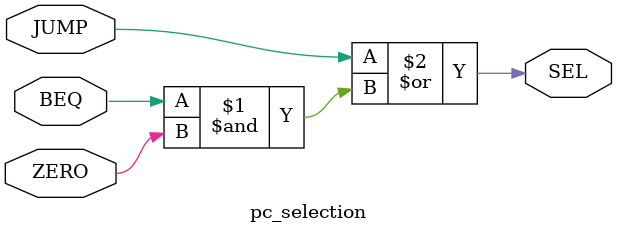
<source format=v>

module pc_selection (JUMP, BEQ, ZERO, SEL);
    
    input JUMP, BEQ, ZERO;//inputs 
    output  SEL;          //outputs just wires

    assign SEL = JUMP | BEQ & ZERO;//(jump) or (beq and zero) this calculate the selection 
 
endmodule

</source>
